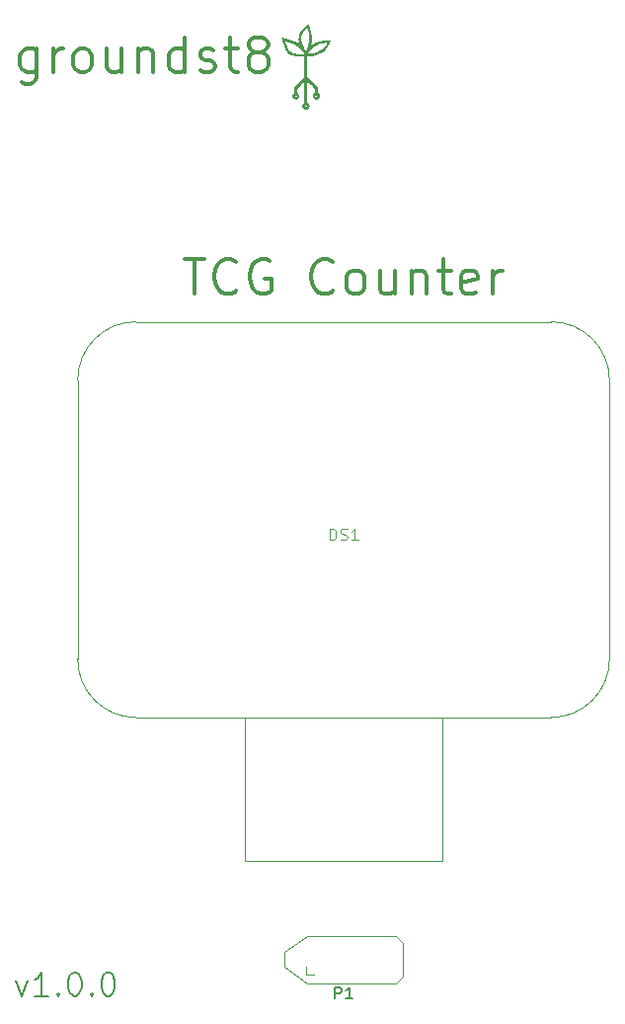
<source format=gto>
G04 #@! TF.GenerationSoftware,KiCad,Pcbnew,8.0.5*
G04 #@! TF.CreationDate,2025-05-26T10:54:01-04:00*
G04 #@! TF.ProjectId,tcg_counter,7463675f-636f-4756-9e74-65722e6b6963,1*
G04 #@! TF.SameCoordinates,Original*
G04 #@! TF.FileFunction,Legend,Top*
G04 #@! TF.FilePolarity,Positive*
%FSLAX46Y46*%
G04 Gerber Fmt 4.6, Leading zero omitted, Abs format (unit mm)*
G04 Created by KiCad (PCBNEW 8.0.5) date 2025-05-26 10:54:01*
%MOMM*%
%LPD*%
G01*
G04 APERTURE LIST*
%ADD10C,0.200000*%
%ADD11C,0.300000*%
%ADD12C,0.375000*%
%ADD13C,0.150000*%
%ADD14C,0.100000*%
%ADD15C,0.000000*%
%ADD16C,0.120000*%
%ADD17C,0.990600*%
%ADD18C,0.787400*%
%ADD19R,0.500000X5.000000*%
G04 APERTURE END LIST*
D10*
X113417292Y-128411504D02*
X113893482Y-129744838D01*
X113893482Y-129744838D02*
X114369673Y-128411504D01*
X116179197Y-129744838D02*
X115036340Y-129744838D01*
X115607768Y-129744838D02*
X115607768Y-127744838D01*
X115607768Y-127744838D02*
X115417292Y-128030552D01*
X115417292Y-128030552D02*
X115226816Y-128221028D01*
X115226816Y-128221028D02*
X115036340Y-128316266D01*
X117036340Y-129554361D02*
X117131578Y-129649600D01*
X117131578Y-129649600D02*
X117036340Y-129744838D01*
X117036340Y-129744838D02*
X116941102Y-129649600D01*
X116941102Y-129649600D02*
X117036340Y-129554361D01*
X117036340Y-129554361D02*
X117036340Y-129744838D01*
X118369673Y-127744838D02*
X118560150Y-127744838D01*
X118560150Y-127744838D02*
X118750626Y-127840076D01*
X118750626Y-127840076D02*
X118845864Y-127935314D01*
X118845864Y-127935314D02*
X118941102Y-128125790D01*
X118941102Y-128125790D02*
X119036340Y-128506742D01*
X119036340Y-128506742D02*
X119036340Y-128982933D01*
X119036340Y-128982933D02*
X118941102Y-129363885D01*
X118941102Y-129363885D02*
X118845864Y-129554361D01*
X118845864Y-129554361D02*
X118750626Y-129649600D01*
X118750626Y-129649600D02*
X118560150Y-129744838D01*
X118560150Y-129744838D02*
X118369673Y-129744838D01*
X118369673Y-129744838D02*
X118179197Y-129649600D01*
X118179197Y-129649600D02*
X118083959Y-129554361D01*
X118083959Y-129554361D02*
X117988721Y-129363885D01*
X117988721Y-129363885D02*
X117893483Y-128982933D01*
X117893483Y-128982933D02*
X117893483Y-128506742D01*
X117893483Y-128506742D02*
X117988721Y-128125790D01*
X117988721Y-128125790D02*
X118083959Y-127935314D01*
X118083959Y-127935314D02*
X118179197Y-127840076D01*
X118179197Y-127840076D02*
X118369673Y-127744838D01*
X119893483Y-129554361D02*
X119988721Y-129649600D01*
X119988721Y-129649600D02*
X119893483Y-129744838D01*
X119893483Y-129744838D02*
X119798245Y-129649600D01*
X119798245Y-129649600D02*
X119893483Y-129554361D01*
X119893483Y-129554361D02*
X119893483Y-129744838D01*
X121226816Y-127744838D02*
X121417293Y-127744838D01*
X121417293Y-127744838D02*
X121607769Y-127840076D01*
X121607769Y-127840076D02*
X121703007Y-127935314D01*
X121703007Y-127935314D02*
X121798245Y-128125790D01*
X121798245Y-128125790D02*
X121893483Y-128506742D01*
X121893483Y-128506742D02*
X121893483Y-128982933D01*
X121893483Y-128982933D02*
X121798245Y-129363885D01*
X121798245Y-129363885D02*
X121703007Y-129554361D01*
X121703007Y-129554361D02*
X121607769Y-129649600D01*
X121607769Y-129649600D02*
X121417293Y-129744838D01*
X121417293Y-129744838D02*
X121226816Y-129744838D01*
X121226816Y-129744838D02*
X121036340Y-129649600D01*
X121036340Y-129649600D02*
X120941102Y-129554361D01*
X120941102Y-129554361D02*
X120845864Y-129363885D01*
X120845864Y-129363885D02*
X120750626Y-128982933D01*
X120750626Y-128982933D02*
X120750626Y-128506742D01*
X120750626Y-128506742D02*
X120845864Y-128125790D01*
X120845864Y-128125790D02*
X120941102Y-127935314D01*
X120941102Y-127935314D02*
X121036340Y-127840076D01*
X121036340Y-127840076D02*
X121226816Y-127744838D01*
D11*
X115197368Y-48617257D02*
X115197368Y-51045828D01*
X115197368Y-51045828D02*
X115054510Y-51331542D01*
X115054510Y-51331542D02*
X114911653Y-51474400D01*
X114911653Y-51474400D02*
X114625939Y-51617257D01*
X114625939Y-51617257D02*
X114197368Y-51617257D01*
X114197368Y-51617257D02*
X113911653Y-51474400D01*
X115197368Y-50474400D02*
X114911653Y-50617257D01*
X114911653Y-50617257D02*
X114340225Y-50617257D01*
X114340225Y-50617257D02*
X114054510Y-50474400D01*
X114054510Y-50474400D02*
X113911653Y-50331542D01*
X113911653Y-50331542D02*
X113768796Y-50045828D01*
X113768796Y-50045828D02*
X113768796Y-49188685D01*
X113768796Y-49188685D02*
X113911653Y-48902971D01*
X113911653Y-48902971D02*
X114054510Y-48760114D01*
X114054510Y-48760114D02*
X114340225Y-48617257D01*
X114340225Y-48617257D02*
X114911653Y-48617257D01*
X114911653Y-48617257D02*
X115197368Y-48760114D01*
X116625939Y-50617257D02*
X116625939Y-48617257D01*
X116625939Y-49188685D02*
X116768796Y-48902971D01*
X116768796Y-48902971D02*
X116911654Y-48760114D01*
X116911654Y-48760114D02*
X117197368Y-48617257D01*
X117197368Y-48617257D02*
X117483082Y-48617257D01*
X118911654Y-50617257D02*
X118625939Y-50474400D01*
X118625939Y-50474400D02*
X118483082Y-50331542D01*
X118483082Y-50331542D02*
X118340225Y-50045828D01*
X118340225Y-50045828D02*
X118340225Y-49188685D01*
X118340225Y-49188685D02*
X118483082Y-48902971D01*
X118483082Y-48902971D02*
X118625939Y-48760114D01*
X118625939Y-48760114D02*
X118911654Y-48617257D01*
X118911654Y-48617257D02*
X119340225Y-48617257D01*
X119340225Y-48617257D02*
X119625939Y-48760114D01*
X119625939Y-48760114D02*
X119768797Y-48902971D01*
X119768797Y-48902971D02*
X119911654Y-49188685D01*
X119911654Y-49188685D02*
X119911654Y-50045828D01*
X119911654Y-50045828D02*
X119768797Y-50331542D01*
X119768797Y-50331542D02*
X119625939Y-50474400D01*
X119625939Y-50474400D02*
X119340225Y-50617257D01*
X119340225Y-50617257D02*
X118911654Y-50617257D01*
X122483083Y-48617257D02*
X122483083Y-50617257D01*
X121197368Y-48617257D02*
X121197368Y-50188685D01*
X121197368Y-50188685D02*
X121340225Y-50474400D01*
X121340225Y-50474400D02*
X121625940Y-50617257D01*
X121625940Y-50617257D02*
X122054511Y-50617257D01*
X122054511Y-50617257D02*
X122340225Y-50474400D01*
X122340225Y-50474400D02*
X122483083Y-50331542D01*
X123911654Y-48617257D02*
X123911654Y-50617257D01*
X123911654Y-48902971D02*
X124054511Y-48760114D01*
X124054511Y-48760114D02*
X124340226Y-48617257D01*
X124340226Y-48617257D02*
X124768797Y-48617257D01*
X124768797Y-48617257D02*
X125054511Y-48760114D01*
X125054511Y-48760114D02*
X125197369Y-49045828D01*
X125197369Y-49045828D02*
X125197369Y-50617257D01*
X127911655Y-50617257D02*
X127911655Y-47617257D01*
X127911655Y-50474400D02*
X127625940Y-50617257D01*
X127625940Y-50617257D02*
X127054512Y-50617257D01*
X127054512Y-50617257D02*
X126768797Y-50474400D01*
X126768797Y-50474400D02*
X126625940Y-50331542D01*
X126625940Y-50331542D02*
X126483083Y-50045828D01*
X126483083Y-50045828D02*
X126483083Y-49188685D01*
X126483083Y-49188685D02*
X126625940Y-48902971D01*
X126625940Y-48902971D02*
X126768797Y-48760114D01*
X126768797Y-48760114D02*
X127054512Y-48617257D01*
X127054512Y-48617257D02*
X127625940Y-48617257D01*
X127625940Y-48617257D02*
X127911655Y-48760114D01*
X129197369Y-50474400D02*
X129483083Y-50617257D01*
X129483083Y-50617257D02*
X130054512Y-50617257D01*
X130054512Y-50617257D02*
X130340226Y-50474400D01*
X130340226Y-50474400D02*
X130483083Y-50188685D01*
X130483083Y-50188685D02*
X130483083Y-50045828D01*
X130483083Y-50045828D02*
X130340226Y-49760114D01*
X130340226Y-49760114D02*
X130054512Y-49617257D01*
X130054512Y-49617257D02*
X129625941Y-49617257D01*
X129625941Y-49617257D02*
X129340226Y-49474400D01*
X129340226Y-49474400D02*
X129197369Y-49188685D01*
X129197369Y-49188685D02*
X129197369Y-49045828D01*
X129197369Y-49045828D02*
X129340226Y-48760114D01*
X129340226Y-48760114D02*
X129625941Y-48617257D01*
X129625941Y-48617257D02*
X130054512Y-48617257D01*
X130054512Y-48617257D02*
X130340226Y-48760114D01*
X131340226Y-48617257D02*
X132483083Y-48617257D01*
X131768797Y-47617257D02*
X131768797Y-50188685D01*
X131768797Y-50188685D02*
X131911654Y-50474400D01*
X131911654Y-50474400D02*
X132197369Y-50617257D01*
X132197369Y-50617257D02*
X132483083Y-50617257D01*
X133911655Y-48902971D02*
X133625940Y-48760114D01*
X133625940Y-48760114D02*
X133483083Y-48617257D01*
X133483083Y-48617257D02*
X133340226Y-48331542D01*
X133340226Y-48331542D02*
X133340226Y-48188685D01*
X133340226Y-48188685D02*
X133483083Y-47902971D01*
X133483083Y-47902971D02*
X133625940Y-47760114D01*
X133625940Y-47760114D02*
X133911655Y-47617257D01*
X133911655Y-47617257D02*
X134483083Y-47617257D01*
X134483083Y-47617257D02*
X134768798Y-47760114D01*
X134768798Y-47760114D02*
X134911655Y-47902971D01*
X134911655Y-47902971D02*
X135054512Y-48188685D01*
X135054512Y-48188685D02*
X135054512Y-48331542D01*
X135054512Y-48331542D02*
X134911655Y-48617257D01*
X134911655Y-48617257D02*
X134768798Y-48760114D01*
X134768798Y-48760114D02*
X134483083Y-48902971D01*
X134483083Y-48902971D02*
X133911655Y-48902971D01*
X133911655Y-48902971D02*
X133625940Y-49045828D01*
X133625940Y-49045828D02*
X133483083Y-49188685D01*
X133483083Y-49188685D02*
X133340226Y-49474400D01*
X133340226Y-49474400D02*
X133340226Y-50045828D01*
X133340226Y-50045828D02*
X133483083Y-50331542D01*
X133483083Y-50331542D02*
X133625940Y-50474400D01*
X133625940Y-50474400D02*
X133911655Y-50617257D01*
X133911655Y-50617257D02*
X134483083Y-50617257D01*
X134483083Y-50617257D02*
X134768798Y-50474400D01*
X134768798Y-50474400D02*
X134911655Y-50331542D01*
X134911655Y-50331542D02*
X135054512Y-50045828D01*
X135054512Y-50045828D02*
X135054512Y-49474400D01*
X135054512Y-49474400D02*
X134911655Y-49188685D01*
X134911655Y-49188685D02*
X134768798Y-49045828D01*
X134768798Y-49045828D02*
X134483083Y-48902971D01*
D12*
X127882424Y-66613357D02*
X129596710Y-66613357D01*
X128739567Y-69613357D02*
X128739567Y-66613357D01*
X132310995Y-69327642D02*
X132168138Y-69470500D01*
X132168138Y-69470500D02*
X131739566Y-69613357D01*
X131739566Y-69613357D02*
X131453852Y-69613357D01*
X131453852Y-69613357D02*
X131025281Y-69470500D01*
X131025281Y-69470500D02*
X130739566Y-69184785D01*
X130739566Y-69184785D02*
X130596709Y-68899071D01*
X130596709Y-68899071D02*
X130453852Y-68327642D01*
X130453852Y-68327642D02*
X130453852Y-67899071D01*
X130453852Y-67899071D02*
X130596709Y-67327642D01*
X130596709Y-67327642D02*
X130739566Y-67041928D01*
X130739566Y-67041928D02*
X131025281Y-66756214D01*
X131025281Y-66756214D02*
X131453852Y-66613357D01*
X131453852Y-66613357D02*
X131739566Y-66613357D01*
X131739566Y-66613357D02*
X132168138Y-66756214D01*
X132168138Y-66756214D02*
X132310995Y-66899071D01*
X135168138Y-66756214D02*
X134882424Y-66613357D01*
X134882424Y-66613357D02*
X134453852Y-66613357D01*
X134453852Y-66613357D02*
X134025281Y-66756214D01*
X134025281Y-66756214D02*
X133739566Y-67041928D01*
X133739566Y-67041928D02*
X133596709Y-67327642D01*
X133596709Y-67327642D02*
X133453852Y-67899071D01*
X133453852Y-67899071D02*
X133453852Y-68327642D01*
X133453852Y-68327642D02*
X133596709Y-68899071D01*
X133596709Y-68899071D02*
X133739566Y-69184785D01*
X133739566Y-69184785D02*
X134025281Y-69470500D01*
X134025281Y-69470500D02*
X134453852Y-69613357D01*
X134453852Y-69613357D02*
X134739566Y-69613357D01*
X134739566Y-69613357D02*
X135168138Y-69470500D01*
X135168138Y-69470500D02*
X135310995Y-69327642D01*
X135310995Y-69327642D02*
X135310995Y-68327642D01*
X135310995Y-68327642D02*
X134739566Y-68327642D01*
X140596709Y-69327642D02*
X140453852Y-69470500D01*
X140453852Y-69470500D02*
X140025280Y-69613357D01*
X140025280Y-69613357D02*
X139739566Y-69613357D01*
X139739566Y-69613357D02*
X139310995Y-69470500D01*
X139310995Y-69470500D02*
X139025280Y-69184785D01*
X139025280Y-69184785D02*
X138882423Y-68899071D01*
X138882423Y-68899071D02*
X138739566Y-68327642D01*
X138739566Y-68327642D02*
X138739566Y-67899071D01*
X138739566Y-67899071D02*
X138882423Y-67327642D01*
X138882423Y-67327642D02*
X139025280Y-67041928D01*
X139025280Y-67041928D02*
X139310995Y-66756214D01*
X139310995Y-66756214D02*
X139739566Y-66613357D01*
X139739566Y-66613357D02*
X140025280Y-66613357D01*
X140025280Y-66613357D02*
X140453852Y-66756214D01*
X140453852Y-66756214D02*
X140596709Y-66899071D01*
X142310995Y-69613357D02*
X142025280Y-69470500D01*
X142025280Y-69470500D02*
X141882423Y-69327642D01*
X141882423Y-69327642D02*
X141739566Y-69041928D01*
X141739566Y-69041928D02*
X141739566Y-68184785D01*
X141739566Y-68184785D02*
X141882423Y-67899071D01*
X141882423Y-67899071D02*
X142025280Y-67756214D01*
X142025280Y-67756214D02*
X142310995Y-67613357D01*
X142310995Y-67613357D02*
X142739566Y-67613357D01*
X142739566Y-67613357D02*
X143025280Y-67756214D01*
X143025280Y-67756214D02*
X143168138Y-67899071D01*
X143168138Y-67899071D02*
X143310995Y-68184785D01*
X143310995Y-68184785D02*
X143310995Y-69041928D01*
X143310995Y-69041928D02*
X143168138Y-69327642D01*
X143168138Y-69327642D02*
X143025280Y-69470500D01*
X143025280Y-69470500D02*
X142739566Y-69613357D01*
X142739566Y-69613357D02*
X142310995Y-69613357D01*
X145882424Y-67613357D02*
X145882424Y-69613357D01*
X144596709Y-67613357D02*
X144596709Y-69184785D01*
X144596709Y-69184785D02*
X144739566Y-69470500D01*
X144739566Y-69470500D02*
X145025281Y-69613357D01*
X145025281Y-69613357D02*
X145453852Y-69613357D01*
X145453852Y-69613357D02*
X145739566Y-69470500D01*
X145739566Y-69470500D02*
X145882424Y-69327642D01*
X147310995Y-67613357D02*
X147310995Y-69613357D01*
X147310995Y-67899071D02*
X147453852Y-67756214D01*
X147453852Y-67756214D02*
X147739567Y-67613357D01*
X147739567Y-67613357D02*
X148168138Y-67613357D01*
X148168138Y-67613357D02*
X148453852Y-67756214D01*
X148453852Y-67756214D02*
X148596710Y-68041928D01*
X148596710Y-68041928D02*
X148596710Y-69613357D01*
X149596710Y-67613357D02*
X150739567Y-67613357D01*
X150025281Y-66613357D02*
X150025281Y-69184785D01*
X150025281Y-69184785D02*
X150168138Y-69470500D01*
X150168138Y-69470500D02*
X150453853Y-69613357D01*
X150453853Y-69613357D02*
X150739567Y-69613357D01*
X152882424Y-69470500D02*
X152596710Y-69613357D01*
X152596710Y-69613357D02*
X152025282Y-69613357D01*
X152025282Y-69613357D02*
X151739567Y-69470500D01*
X151739567Y-69470500D02*
X151596710Y-69184785D01*
X151596710Y-69184785D02*
X151596710Y-68041928D01*
X151596710Y-68041928D02*
X151739567Y-67756214D01*
X151739567Y-67756214D02*
X152025282Y-67613357D01*
X152025282Y-67613357D02*
X152596710Y-67613357D01*
X152596710Y-67613357D02*
X152882424Y-67756214D01*
X152882424Y-67756214D02*
X153025282Y-68041928D01*
X153025282Y-68041928D02*
X153025282Y-68327642D01*
X153025282Y-68327642D02*
X151596710Y-68613357D01*
X154310996Y-69613357D02*
X154310996Y-67613357D01*
X154310996Y-68184785D02*
X154453853Y-67899071D01*
X154453853Y-67899071D02*
X154596711Y-67756214D01*
X154596711Y-67756214D02*
X154882425Y-67613357D01*
X154882425Y-67613357D02*
X155168139Y-67613357D01*
D13*
X140761905Y-129989819D02*
X140761905Y-128989819D01*
X140761905Y-128989819D02*
X141142857Y-128989819D01*
X141142857Y-128989819D02*
X141238095Y-129037438D01*
X141238095Y-129037438D02*
X141285714Y-129085057D01*
X141285714Y-129085057D02*
X141333333Y-129180295D01*
X141333333Y-129180295D02*
X141333333Y-129323152D01*
X141333333Y-129323152D02*
X141285714Y-129418390D01*
X141285714Y-129418390D02*
X141238095Y-129466009D01*
X141238095Y-129466009D02*
X141142857Y-129513628D01*
X141142857Y-129513628D02*
X140761905Y-129513628D01*
X142285714Y-129989819D02*
X141714286Y-129989819D01*
X142000000Y-129989819D02*
X142000000Y-128989819D01*
X142000000Y-128989819D02*
X141904762Y-129132676D01*
X141904762Y-129132676D02*
X141809524Y-129227914D01*
X141809524Y-129227914D02*
X141714286Y-129275533D01*
D14*
X140285714Y-90707419D02*
X140285714Y-89707419D01*
X140285714Y-89707419D02*
X140523809Y-89707419D01*
X140523809Y-89707419D02*
X140666666Y-89755038D01*
X140666666Y-89755038D02*
X140761904Y-89850276D01*
X140761904Y-89850276D02*
X140809523Y-89945514D01*
X140809523Y-89945514D02*
X140857142Y-90135990D01*
X140857142Y-90135990D02*
X140857142Y-90278847D01*
X140857142Y-90278847D02*
X140809523Y-90469323D01*
X140809523Y-90469323D02*
X140761904Y-90564561D01*
X140761904Y-90564561D02*
X140666666Y-90659800D01*
X140666666Y-90659800D02*
X140523809Y-90707419D01*
X140523809Y-90707419D02*
X140285714Y-90707419D01*
X141238095Y-90659800D02*
X141380952Y-90707419D01*
X141380952Y-90707419D02*
X141619047Y-90707419D01*
X141619047Y-90707419D02*
X141714285Y-90659800D01*
X141714285Y-90659800D02*
X141761904Y-90612180D01*
X141761904Y-90612180D02*
X141809523Y-90516942D01*
X141809523Y-90516942D02*
X141809523Y-90421704D01*
X141809523Y-90421704D02*
X141761904Y-90326466D01*
X141761904Y-90326466D02*
X141714285Y-90278847D01*
X141714285Y-90278847D02*
X141619047Y-90231228D01*
X141619047Y-90231228D02*
X141428571Y-90183609D01*
X141428571Y-90183609D02*
X141333333Y-90135990D01*
X141333333Y-90135990D02*
X141285714Y-90088371D01*
X141285714Y-90088371D02*
X141238095Y-89993133D01*
X141238095Y-89993133D02*
X141238095Y-89897895D01*
X141238095Y-89897895D02*
X141285714Y-89802657D01*
X141285714Y-89802657D02*
X141333333Y-89755038D01*
X141333333Y-89755038D02*
X141428571Y-89707419D01*
X141428571Y-89707419D02*
X141666666Y-89707419D01*
X141666666Y-89707419D02*
X141809523Y-89755038D01*
X142761904Y-90707419D02*
X142190476Y-90707419D01*
X142476190Y-90707419D02*
X142476190Y-89707419D01*
X142476190Y-89707419D02*
X142380952Y-89850276D01*
X142380952Y-89850276D02*
X142285714Y-89945514D01*
X142285714Y-89945514D02*
X142190476Y-89993133D01*
D15*
G36*
X138525925Y-46529079D02*
G01*
X138565030Y-46642487D01*
X138610798Y-46796425D01*
X138658597Y-46973800D01*
X138703796Y-47157522D01*
X138741764Y-47330498D01*
X138765476Y-47460000D01*
X138788018Y-47766746D01*
X138766323Y-48081238D01*
X138737651Y-48234212D01*
X138732109Y-48273655D01*
X138747834Y-48287540D01*
X138796856Y-48272793D01*
X138891210Y-48226341D01*
X139003843Y-48166213D01*
X139378204Y-48007188D01*
X139780046Y-47919273D01*
X140088698Y-47899911D01*
X140363111Y-47899248D01*
X140285208Y-48129931D01*
X140145926Y-48427253D01*
X139944630Y-48693018D01*
X139693619Y-48913356D01*
X139476033Y-49042446D01*
X139296124Y-49112268D01*
X139065520Y-49176187D01*
X138809915Y-49227910D01*
X138601578Y-49256610D01*
X138381954Y-49279782D01*
X138381954Y-50146578D01*
X138381954Y-51013374D01*
X138840300Y-51470526D01*
X139298646Y-51927678D01*
X139298646Y-52135888D01*
X139307271Y-52278533D01*
X139338423Y-52374248D01*
X139382676Y-52433545D01*
X139457851Y-52560624D01*
X139467485Y-52695586D01*
X139417929Y-52820489D01*
X139315536Y-52917390D01*
X139195006Y-52963690D01*
X139104775Y-52970236D01*
X139030224Y-52937851D01*
X138956417Y-52872068D01*
X138860637Y-52737224D01*
X138848421Y-52654662D01*
X139075518Y-52654662D01*
X139101335Y-52717340D01*
X139161377Y-52744304D01*
X139173957Y-52742910D01*
X139237702Y-52698865D01*
X139253286Y-52663581D01*
X139235813Y-52599282D01*
X139176893Y-52566443D01*
X139109911Y-52581168D01*
X139100030Y-52589654D01*
X139075518Y-52654662D01*
X138848421Y-52654662D01*
X138840694Y-52602436D01*
X138896600Y-52471237D01*
X138954887Y-52406315D01*
X139041785Y-52297786D01*
X139069386Y-52179070D01*
X139069473Y-52170570D01*
X139062794Y-52109415D01*
X139036882Y-52046805D01*
X138982926Y-51970670D01*
X138892113Y-51868939D01*
X138755631Y-51729543D01*
X138725714Y-51699699D01*
X138381954Y-51357532D01*
X138381954Y-52265711D01*
X138381954Y-53173889D01*
X138480983Y-53259070D01*
X138566240Y-53376937D01*
X138589051Y-53514613D01*
X138549317Y-53648703D01*
X138483022Y-53728950D01*
X138346067Y-53805478D01*
X138205688Y-53810828D01*
X138076453Y-53745107D01*
X138055557Y-53725796D01*
X137985004Y-53609027D01*
X137971397Y-53496761D01*
X138198153Y-53496761D01*
X138203804Y-53530515D01*
X138255414Y-53582360D01*
X138325598Y-53582250D01*
X138365122Y-53548515D01*
X138366235Y-53490771D01*
X138323304Y-53437674D01*
X138263704Y-53412835D01*
X138224374Y-53427114D01*
X138198153Y-53496761D01*
X137971397Y-53496761D01*
X137968467Y-53472582D01*
X138003559Y-53342185D01*
X138087896Y-53243560D01*
X138101064Y-53235169D01*
X138118083Y-53210515D01*
X138131131Y-53153759D01*
X138140660Y-53056777D01*
X138147119Y-52911446D01*
X138150956Y-52709641D01*
X138152621Y-52443237D01*
X138152781Y-52300223D01*
X138152781Y-51395821D01*
X137828120Y-51718797D01*
X137689974Y-51857937D01*
X137597728Y-51957876D01*
X137542179Y-52032319D01*
X137514125Y-52094974D01*
X137504364Y-52159546D01*
X137503458Y-52202372D01*
X137512585Y-52314052D01*
X137545076Y-52370844D01*
X137574053Y-52385378D01*
X137647288Y-52442435D01*
X137705484Y-52545668D01*
X137732298Y-52664872D01*
X137732631Y-52678419D01*
X137700904Y-52769731D01*
X137621935Y-52865239D01*
X137520044Y-52942409D01*
X137419551Y-52978706D01*
X137407969Y-52979248D01*
X137302319Y-52947502D01*
X137196910Y-52868055D01*
X137115865Y-52764596D01*
X137083308Y-52660813D01*
X137083308Y-52660455D01*
X137084829Y-52654662D01*
X137318525Y-52654662D01*
X137344342Y-52717340D01*
X137404385Y-52744304D01*
X137416964Y-52742910D01*
X137480710Y-52698865D01*
X137496294Y-52663581D01*
X137478820Y-52599282D01*
X137419900Y-52566443D01*
X137352918Y-52581168D01*
X137343037Y-52589654D01*
X137318525Y-52654662D01*
X137084829Y-52654662D01*
X137107489Y-52568374D01*
X137166883Y-52466379D01*
X137178797Y-52451476D01*
X137240262Y-52358730D01*
X137268642Y-52251491D01*
X137274285Y-52132810D01*
X137274285Y-51927626D01*
X137713533Y-51489624D01*
X138152781Y-51051622D01*
X138152754Y-50172502D01*
X138152727Y-49293383D01*
X137761251Y-49289142D01*
X137421744Y-49263861D01*
X137131931Y-49193140D01*
X136887593Y-49072770D01*
X136684511Y-48898545D01*
X136518468Y-48666256D01*
X136385244Y-48371697D01*
X136280622Y-48010661D01*
X136265810Y-47937743D01*
X136479173Y-47937743D01*
X136527696Y-48119022D01*
X136636557Y-48428535D01*
X136781974Y-48673254D01*
X136967906Y-48857472D01*
X137198313Y-48985482D01*
X137378730Y-49041749D01*
X137487711Y-49059572D01*
X137626942Y-49071691D01*
X137777277Y-49077911D01*
X137919570Y-49078033D01*
X138034675Y-49071861D01*
X138103447Y-49059198D01*
X138114586Y-49049314D01*
X138104565Y-49023348D01*
X138458345Y-49023348D01*
X138481461Y-49040699D01*
X138556352Y-49042061D01*
X138691334Y-49027038D01*
X138832150Y-49005569D01*
X139177586Y-48922956D01*
X139464429Y-48795872D01*
X139664137Y-48652860D01*
X139762497Y-48555634D01*
X139865133Y-48437349D01*
X139958330Y-48316075D01*
X140028374Y-48209880D01*
X140061551Y-48136831D01*
X140062556Y-48127953D01*
X140028575Y-48117765D01*
X139940208Y-48120696D01*
X139817816Y-48134107D01*
X139681761Y-48155358D01*
X139552403Y-48181809D01*
X139466641Y-48205194D01*
X139227347Y-48300707D01*
X139000519Y-48423528D01*
X138820371Y-48554425D01*
X138738565Y-48636092D01*
X138646934Y-48741990D01*
X138560131Y-48853141D01*
X138492806Y-48950568D01*
X138459613Y-49015291D01*
X138458345Y-49023348D01*
X138104565Y-49023348D01*
X138088128Y-48980759D01*
X138017362Y-48876337D01*
X137915198Y-48750795D01*
X137794546Y-48618881D01*
X137668315Y-48495339D01*
X137549416Y-48394917D01*
X137527679Y-48378924D01*
X137332584Y-48259553D01*
X137092161Y-48142026D01*
X136836610Y-48039640D01*
X136596129Y-47965695D01*
X136580714Y-47961945D01*
X136479173Y-47937743D01*
X136265810Y-47937743D01*
X136230109Y-47761989D01*
X136209111Y-47643829D01*
X136617563Y-47752408D01*
X136832679Y-47817739D01*
X137065228Y-47901370D01*
X137277968Y-47989457D01*
X137361186Y-48028795D01*
X137696357Y-48196602D01*
X137667895Y-48057474D01*
X137641217Y-47767688D01*
X137653611Y-47686071D01*
X137860818Y-47686071D01*
X137863415Y-47867502D01*
X137909585Y-48084710D01*
X137992631Y-48315954D01*
X138105853Y-48539492D01*
X138141385Y-48596718D01*
X138284394Y-48816744D01*
X138354481Y-48680130D01*
X138398840Y-48574561D01*
X138449519Y-48425518D01*
X138496023Y-48264042D01*
X138498750Y-48253468D01*
X138535808Y-48083467D01*
X138562403Y-47913576D01*
X138572923Y-47779832D01*
X138572932Y-47776941D01*
X138563031Y-47629742D01*
X138536923Y-47440423D01*
X138500001Y-47238427D01*
X138457659Y-47053200D01*
X138415290Y-46914185D01*
X138414549Y-46912258D01*
X138375271Y-46810676D01*
X138221669Y-46982556D01*
X138052670Y-47206670D01*
X137929386Y-47443413D01*
X137863065Y-47670861D01*
X137860818Y-47686071D01*
X137653611Y-47686071D01*
X137683676Y-47488078D01*
X137797085Y-47213945D01*
X137983257Y-46940595D01*
X138183357Y-46721732D01*
X138302914Y-46609262D01*
X138403825Y-46524647D01*
X138473615Y-46477732D01*
X138498113Y-46473293D01*
X138525925Y-46529079D01*
G37*
D16*
X136420000Y-125985000D02*
X138400000Y-124585000D01*
X136420000Y-127285000D02*
X136420000Y-125985000D01*
X138325000Y-127905000D02*
X138325000Y-127270000D01*
X138400000Y-124585000D02*
X145980000Y-124585000D01*
X138400000Y-128685000D02*
X136420000Y-127285000D01*
X138960000Y-127905000D02*
X138325000Y-127905000D01*
X145980000Y-124585000D02*
X146580000Y-125185000D01*
X145980000Y-128685000D02*
X138400000Y-128685000D01*
X145980000Y-128685000D02*
X146580000Y-128085000D01*
X146580000Y-125185000D02*
X146580000Y-128085000D01*
D14*
X118700000Y-100900000D02*
X118700000Y-77000000D01*
X123700000Y-72000000D02*
X159300000Y-72000000D01*
X159300000Y-105900000D02*
X123700000Y-105900000D01*
X164300000Y-77000000D02*
X164300000Y-100900000D01*
X133000000Y-105950000D02*
X150000000Y-105950000D01*
X150000000Y-118150000D01*
X133000000Y-118150000D01*
X133000000Y-105950000D01*
X118700000Y-77000000D02*
G75*
G02*
X123700000Y-72000000I5000000J0D01*
G01*
X123700000Y-105900000D02*
G75*
G02*
X118700000Y-100900000I0J5000000D01*
G01*
X159300000Y-72000000D02*
G75*
G02*
X164300000Y-77000000I0J-5000000D01*
G01*
X164300000Y-100900000D02*
G75*
G02*
X159300000Y-105900000I-5000000J0D01*
G01*
%LPC*%
D17*
X137690000Y-126635000D03*
X145310000Y-125619000D03*
X145310000Y-127651000D03*
D18*
X138960000Y-127270000D03*
X140230000Y-127270000D03*
X141500000Y-127270000D03*
X142770000Y-127270000D03*
X144040000Y-127270000D03*
X144040000Y-126000000D03*
X142770000Y-126000000D03*
X141500000Y-126000000D03*
X140230000Y-126000000D03*
X138960000Y-126000000D03*
D19*
X134000000Y-115700000D03*
X135000000Y-115700000D03*
X136000000Y-115700000D03*
X137000000Y-115700000D03*
X138000000Y-115700000D03*
X139000000Y-115700000D03*
X140000000Y-115700000D03*
X141000000Y-115700000D03*
X142000000Y-115700000D03*
X143000000Y-115700000D03*
X144000000Y-115700000D03*
X145000000Y-115700000D03*
X146000000Y-115700000D03*
X147000000Y-115700000D03*
X148000000Y-115700000D03*
X149000000Y-115700000D03*
%LPD*%
M02*

</source>
